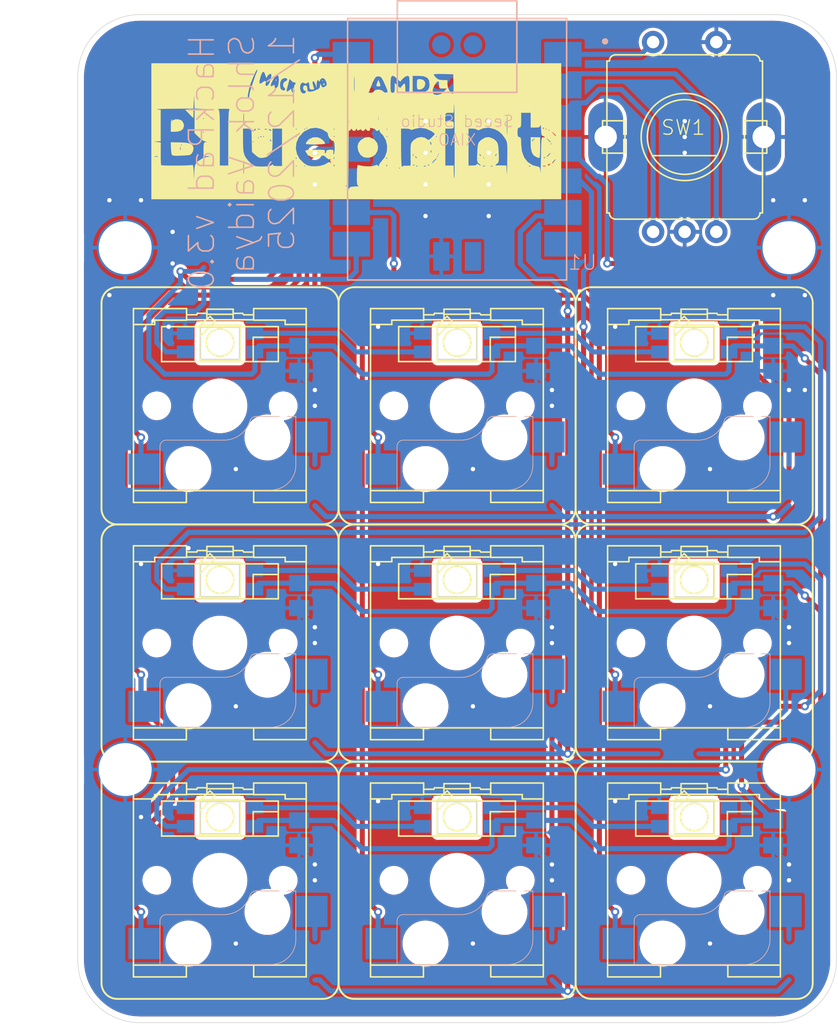
<source format=kicad_pcb>
(kicad_pcb (version 20241229) (generator "pcbnew") (generator_version "9.0")
  (layers (0 "F.Cu" signal) (2 "B.Cu" signal) (13 "F.Paste" user) (15 "B.Paste" user) (5 "F.SilkS" user "F.Silkscreen") (7 "B.SilkS" user "B.Silkscreen") (1 "F.Mask" user) (3 "B.Mask" user) (25 "Edge.Cuts" user))
  (net 0 "")
  (net 1 "GND")
  (net 2 "+5V")
  (net 3 "N$1")
  (net 4 "N$2")
  (net 5 "N$3")
  (net 6 "N$4")
  (net 7 "N$5")
  (net 8 "N$6")
  (net 9 "N$7")
  (net 10 "N$8")
  (net 11 "N$9")
  (net 12 "NEOPIXEL")
  (net 13 "BTN")
  (net 14 "ROTB")
  (net 15 "ROTA")
  (net 16 "COL1")
  (net 17 "COL2")
  (net 18 "COL3")
  (net 19 "N$13")
  (net 20 "N$14")
  (net 21 "N$15")
  (net 22 "N$16")
  (net 23 "N$17")
  (net 24 "N$18")
  (net 25 "N$19")
  (net 26 "N$20")
  (net 27 "N$21")
  (net 28 "ROW1")
  (net 29 "ROW2")
  (net 30 "ROW3")
  (net 31 "+3V3")
  (footprint "ADAFRUIT_ELECTROMECH_KAILH_SOCKET" (layer "F.Cu") (at 148.5011 95.9486 180)
    (property "Reference" "S2" (hide yes))
    (property "Value" "SOCKET")
  )
  (footprint "ADAFRUIT_ELECTROMECH_KAILH_SOCKET" (layer "F.Cu") (at 148.5011 134.0486 180)
    (property "Reference" "S8" (hide yes))
    (property "Value" "SOCKET")
  )
  (footprint "ADAFRUIT_ELECTROMECH_KAILH_SOCKET" (layer "F.Cu") (at 129.4511 95.9486 180)
    (property "Reference" "S1" (hide yes))
    (property "Value" "SOCKET")
  )
  (footprint "ADAFRUIT_ELECTROMECH_KAILH_SOCKET" (layer "F.Cu") (at 167.5511 95.9486 180)
    (property "Reference" "S3" (hide yes))
    (property "Value" "SOCKET")
  )
  (footprint "MICROBUILDER_NEO3535_REVERSE" (layer "F.Cu") (at 129.4511 109.9186)
    (property "Reference" "LED4" (hide yes))
    (property "Value" "MICROBUILDER_WS2812B_SK6812E")
  )
  (footprint "SMT_NUT_3MM" (layer "F.Cu") (at 121.8311 125.1586)
    (property "Reference" "TP1" (hide yes))
    (property "Value" "SEWTAP_SMTNUTM3" (hide yes))
  )
  (footprint "MICROBUILDER_NEO3535_REVERSE" (layer "F.Cu") (at 167.5511 128.9686)
    (property "Reference" "LED9" (hide yes))
    (property "Value" "MICROBUILDER_WS2812B_SK6812E")
  )
  (footprint "SMT_NUT_3MM" (layer "F.Cu") (at 121.8311 83.2486)
    (property "Reference" "TP3" (hide yes))
    (property "Value" "SEWTAP_SMTNUTM3" (hide yes))
  )
  (footprint "MICROBUILDER_NEO3535_REVERSE" (layer "F.Cu") (at 167.5511 90.8686)
    (property "Reference" "LED3" (hide yes))
    (property "Value" "MICROBUILDER_WS2812B_SK6812E")
  )
  (footprint "SMT_NUT_3MM" (layer "F.Cu") (at 175.1711 83.2486)
    (property "Reference" "TP4" (hide yes))
    (property "Value" "SEWTAP_SMTNUTM3" (hide yes))
  )
  (footprint "MICROBUILDER_NEO3535_REVERSE" (layer "F.Cu") (at 148.5011 128.9686)
    (property "Reference" "LED8" (hide yes))
    (property "Value" "MICROBUILDER_WS2812B_SK6812E")
  )
  (footprint "MICROBUILDER_NEO3535_REVERSE" (layer "F.Cu") (at 148.5011 90.8686)
    (property "Reference" "LED2" (hide yes))
    (property "Value" "MICROBUILDER_WS2812B_SK6812E")
  )
  (footprint "MICROBUILDER_NEO3535_REVERSE" (layer "F.Cu") (at 148.5011 109.9186)
    (property "Reference" "LED5" (hide yes))
    (property "Value" "MICROBUILDER_WS2812B_SK6812E")
  )
  (footprint "SMT_NUT_3MM" (layer "F.Cu") (at 175.1711 125.1586)
    (property "Reference" "TP2" (hide yes))
    (property "Value" "SEWTAP_SMTNUTM3" (hide yes))
  )
  (footprint "ADAFRUIT_ELECTROMECH_PEC11+SWITCH" (layer "F.Cu") (at 166.7891 74.3586)
    (property "Reference" "SW1")
    (property "Value" "PEC11")
  )
  (footprint "MICROBUILDER_NEO3535_REVERSE" (layer "F.Cu") (at 167.5511 109.9186)
    (property "Reference" "LED6" (hide yes))
    (property "Value" "MICROBUILDER_WS2812B_SK6812E")
  )
  (footprint "logo:logo" (layer "F.Cu") (at 140.4 73.9)
    (property "Reference" "G***")
    (property "Value" "LOGO" (hide yes))
  )
  (footprint "MICROBUILDER_NEO3535_REVERSE" (layer "F.Cu") (at 129.4511 90.8686)
    (property "Reference" "LED1" (hide yes))
    (property "Value" "MICROBUILDER_WS2812B_SK6812E")
  )
  (footprint "ADAFRUIT_ELECTROMECH_KAILH_SOCKET" (layer "F.Cu") (at 148.5011 114.9986 180)
    (property "Reference" "S5" (hide yes))
    (property "Value" "SOCKET")
  )
  (footprint "MICROBUILDER_NEO3535_REVERSE" (layer "F.Cu") (at 129.4511 128.9686)
    (property "Reference" "LED7" (hide yes))
    (property "Value" "MICROBUILDER_WS2812B_SK6812E")
  )
  (footprint "ADAFRUIT_ELECTROMECH_KAILH_SOCKET" (layer "F.Cu") (at 167.5511 134.0486 180)
    (property "Reference" "S9" (hide yes))
    (property "Value" "SOCKET")
  )
  (footprint "ADAFRUIT_ELECTROMECH_KAILH_SOCKET" (layer "F.Cu") (at 129.4511 134.0486 180)
    (property "Reference" "S7" (hide yes))
    (property "Value" "SOCKET")
  )
  (footprint "ADAFRUIT_ELECTROMECH_KAILH_SOCKET" (layer "F.Cu") (at 129.4511 114.9986 180)
    (property "Reference" "S4" (hide yes))
    (property "Value" "SOCKET")
  )
  (footprint "ADAFRUIT_ELECTROMECH_KAILH_SOCKET" (layer "F.Cu") (at 167.5511 114.9986 180)
    (property "Reference" "S6" (hide yes))
    (property "Value" "SOCKET")
  )
  (footprint "C0805K_334" (layer "B.Cu") (at 173.9011 92.1386 -90)
    (property "Reference" "C3" (hide yes))
    (property "Value" "0.1uF")
  )
  (footprint "SEEED-STUDIO-XIAO-SERIES_XIAO-SAMD21_RP2040-MODULE14P-2.54-21X17.8MM" (layer "B.Cu") (at 148.5011 75.3436 180)
    (property "Reference" "U1")
    (property "Value" "SEEED-STUDIO-XIAO-SERIES_XIAO-RP2040")
  )
  (footprint "C0805K_334" (layer "B.Cu") (at 135.8011 92.1386 -90)
    (property "Reference" "C1" (hide yes))
    (property "Value" "0.1uF")
  )
  (footprint "C0805K_334" (layer "B.Cu") (at 135.8011 130.2386 -90)
    (property "Reference" "C7" (hide yes))
    (property "Value" "0.1uF")
  )
  (footprint "C0805K_334" (layer "B.Cu") (at 173.9011 130.2386 -90)
    (property "Reference" "C9" (hide yes))
    (property "Value" "0.1uF")
  )
  (footprint "C0805K_334" (layer "B.Cu") (at 173.9011 111.1886 -90)
    (property "Reference" "C6" (hide yes))
    (property "Value" "0.1uF")
  )
  (footprint "C0805K_334" (layer "B.Cu") (at 135.8011 111.1886 -90)
    (property "Reference" "C4" (hide yes))
    (property "Value" "0.1uF")
  )
  (footprint "C0805K_334" (layer "B.Cu") (at 154.8511 111.1886 -90)
    (property "Reference" "C5" (hide yes))
    (property "Value" "0.1uF")
  )
  (footprint "C0805K_334" (layer "B.Cu") (at 154.8511 92.1386 -90)
    (property "Reference" "C2" (hide yes))
    (property "Value" "0.1uF")
  )
  (footprint "C0805K_334" (layer "B.Cu") (at 154.8511 130.2386 -90)
    (property "Reference" "C8" (hide yes))
    (property "Value" "0.1uF")
  )
  (gr_arc (start 173.9811 64.5286) (mid 177.516634 65.993066) (end 178.9811 69.5286) (stroke (width 0.05)) (layer "Edge.Cuts"))
  (gr_rect (start 146.95 89.65) (end 150.05 92.2) (stroke (width 0.05)) (fill no) (layer "Edge.Cuts"))
  (gr_arc (start 118.0211 69.5286) (mid 119.485566 65.993066) (end 123.0211 64.5286) (stroke (width 0.05)) (layer "Edge.Cuts"))
  (gr_rect (start 166 108.725) (end 169.1 111.275) (stroke (width 0.05)) (fill no) (layer "Edge.Cuts"))
  (gr_rect (start 127.9 89.65) (end 131 92.2) (stroke (width 0.05)) (fill no) (layer "Edge.Cuts"))
  (gr_line (start 123.0211 145.4786) (end 173.9811 145.4786) (stroke (width 0.05)) (layer "Edge.Cuts"))
  (gr_rect (start 166 89.65) (end 169.1 92.2) (stroke (width 0.05)) (fill no) (layer "Edge.Cuts"))
  (gr_line (start 173.9811 64.5286) (end 123.0211 64.5286) (stroke (width 0.05)) (layer "Edge.Cuts"))
  (gr_rect (start 127.9 108.7) (end 131 111.25) (stroke (width 0.05)) (fill no) (layer "Edge.Cuts"))
  (gr_rect (start 127.9 127.75) (end 131 130.3) (stroke (width 0.05)) (fill no) (layer "Edge.Cuts"))
  (gr_line (start 118.0211 69.5286) (end 118.0211 140.4786) (stroke (width 0.05)) (layer "Edge.Cuts"))
  (gr_rect (start 166 127.75) (end 169.1 130.3) (stroke (width 0.05)) (fill no) (layer "Edge.Cuts"))
  (gr_arc (start 178.9811 140.4786) (mid 177.516634 144.014134) (end 173.9811 145.4786) (stroke (width 0.05)) (layer "Edge.Cuts"))
  (gr_rect (start 146.95 127.75) (end 150.05 130.3) (stroke (width 0.05)) (fill no) (layer "Edge.Cuts"))
  (gr_arc (start 123.0211 145.4786) (mid 119.485566 144.014134) (end 118.0211 140.4786) (stroke (width 0.05)) (layer "Edge.Cuts"))
  (gr_rect (start 146.95 108.7) (end 150.05 111.25) (stroke (width 0.05)) (fill no) (layer "Edge.Cuts"))
  (gr_line (start 178.9811 140.4786) (end 178.9811 69.5286) (stroke (width 0.05)) (layer "Edge.Cuts"))
  (gr_text "HackPad v3.0\nShlok Vaidya\n1/12/2025" (at 135.6 66 90) (layer "B.SilkS") (effects (font (size 2 2) (thickness 0.125)) (justify left bottom mirror)))
  (via (at 149.7711 139.1286) (size 0.6548) (drill 0.35) (layers "F.Cu" "B.Cu") (net 1))
  (via (at 166.7891 74.3586) (size 0.6548) (drill 0.35) (layers "F.Cu" "B.Cu") (net 1))
  (via (at 142.1511 89.5986) (size 0.6548) (drill 0.35) (layers "F.Cu" "B.Cu") (net 1))
  (via (at 175.1711 94.6786) (size 0.6548) (drill 0.35) (layers "F.Cu" "B.Cu") (net 1))
  (via (at 130.7211 120.0786) (size 0.6548) (drill 0.35) (layers "F.Cu" "B.Cu") (net 1))
  (via (at 149.7711 120.0786) (size 0.6548) (drill 0.35) (layers "F.Cu" "B.Cu") (net 1))
  (via (at 142.1511 127.6986) (size 0.6548) (drill 0.35) (layers "F.Cu" "B.Cu") (net 1))
  (via (at 156.1211 132.7786) (size 0.6548) (drill 0.35) (layers "F.Cu" "B.Cu") (net 1))
  (via (at 145.9611 75.6286) (size 0.6548) (drill 0.35) (layers "F.Cu" "B.Cu") (net 1))
  (via (at 120.5611 79.4386) (size 0.6548) (drill 0.35) (layers "F.Cu" "B.Cu") (net 1))
  (via (at 166.7891 73.0886) (size 0.6548) (drill 0.35) (layers "F.Cu" "B.Cu") (net 1))
  (via (at 168.8211 139.1286) (size 0.6548) (drill 0.35) (layers "F.Cu" "B.Cu") (net 1))
  (via (at 151.0411 78.1686) (size 0.6548) (drill 0.35) (layers "F.Cu" "B.Cu") (net 1))
  (via (at 151.0411 73.0886) (size 0.6548) (drill 0.35) (layers "F.Cu" "B.Cu") (net 1))
  (via (at 168.8211 120.0786) (size 0.6548) (drill 0.35) (layers "F.Cu" "B.Cu") (net 1))
  (via (at 123.1011 79.4386) (size 0.6548) (drill 0.35) (layers "F.Cu" "B.Cu") (net 1))
  (via (at 166.7891 75.6286) (size 0.6548) (drill 0.35) (layers "F.Cu" "B.Cu") (net 1))
  (via (at 175.1711 132.7786) (size 0.6548) (drill 0.35) (layers "F.Cu" "B.Cu") (net 1))
  (via (at 175.1711 114.9986) (size 0.6548) (drill 0.35) (layers "F.Cu" "B.Cu") (net 1))
  (via (at 130.7211 101.0286) (size 0.6548) (drill 0.35) (layers "F.Cu" "B.Cu") (net 1))
  (via (at 137.0711 113.7286) (size 0.6548) (drill 0.35) (layers "F.Cu" "B.Cu") (net 1))
  (via (at 137.0711 114.9986) (size 0.6548) (drill 0.35) (layers "F.Cu" "B.Cu") (net 1))
  (via (at 126.9111 107.3786) (size 0.6548) (drill 0.35) (layers "F.Cu" "B.Cu") (net 1))
  (via (at 123.1011 108.6486) (size 0.6548) (drill 0.35) (layers "F.Cu" "B.Cu") (net 1))
  (via (at 145.9611 78.1686) (size 0.6548) (drill 0.35) (layers "F.Cu" "B.Cu") (net 1))
  (via (at 156.1211 113.7286) (size 0.6548) (drill 0.35) (layers "F.Cu" "B.Cu") (net 1))
  (via (at 125.6411 84.5186) (size 0.6548) (drill 0.35) (layers "F.Cu" "B.Cu") (net 1))
  (via (at 156.1211 134.0486) (size 0.6548) (drill 0.35) (layers "F.Cu" "B.Cu") (net 1))
  (via (at 161.2011 127.6986) (size 0.6548) (drill 0.35) (layers "F.Cu" "B.Cu") (net 1))
  (via (at 156.1211 94.6786) (size 0.6548) (drill 0.35) (layers "F.Cu" "B.Cu") (net 1))
  (via (at 161.2011 89.5986) (size 0.6548) (drill 0.35) (layers "F.Cu" "B.Cu") (net 1))
  (via (at 142.1511 108.6486) (size 0.6548) (drill 0.35) (layers "F.Cu" "B.Cu") (net 1))
  (via (at 176.4411 87.0586) (size 0.6548) (drill 0.35) (layers "F.Cu" "B.Cu") (net 1))
  (via (at 176.4411 94.6786) (size 0.6548) (drill 0.35) (layers "F.Cu" "B.Cu") (net 1))
  (via (at 161.2011 108.6486) (size 0.6548) (drill 0.35) (layers "F.Cu" "B.Cu") (net 1))
  (via (at 137.0711 94.6786) (size 0.6548) (drill 0.35) (layers "F.Cu" "B.Cu") (net 1))
  (via (at 125.3236 89.5986) (size 0.6548) (drill 0.35) (layers "F.Cu" "B.Cu") (net 1))
  (via (at 137.0711 134.0486) (size 0.6548) (drill 0.35) (layers "F.Cu" "B.Cu") (net 1))
  (via (at 176.4411 79.4386) (size 0.6548) (drill 0.35) (layers "F.Cu" "B.Cu") (net 1))
  (via (at 175.1711 134.0486) (size 0.6548) (drill 0.35) (layers "F.Cu" "B.Cu") (net 1))
  (via (at 175.1711 113.7286) (size 0.6548) (drill 0.35) (layers "F.Cu" "B.Cu") (net 1))
  (via (at 151.0411 80.7086) (size 0.6548) (drill 0.35) (layers "F.Cu" "B.Cu") (net 1))
  (via (at 151.0411 75.6286) (size 0.6548) (drill 0.35) (layers "F.Cu" "B.Cu") (net 1))
  (via (at 156.1211 114.9986) (size 0.6548) (drill 0.35) (layers "F.Cu" "B.Cu") (net 1))
  (via (at 168.8211 101.0286) (size 0.6548) (drill 0.35) (layers "F.Cu" "B.Cu") (net 1))
  (via (at 120.5611 87.0586) (size 0.6548) (drill 0.35) (layers "F.Cu" "B.Cu") (net 1))
  (via (at 173.9011 87.0586) (size 0.6548) (drill 0.35) (layers "F.Cu" "B.Cu") (net 1))
  (via (at 149.7711 101.0286) (size 0.6548) (drill 0.35) (layers "F.Cu" "B.Cu") (net 1))
  (via (at 137.0711 95.9486) (size 0.6548) (drill 0.35) (layers "F.Cu" "B.Cu") (net 1))
  (via (at 137.0711 132.7786) (size 0.6548) (drill 0.35) (layers "F.Cu" "B.Cu") (net 1))
  (via (at 173.9011 79.4386) (size 0.6548) (drill 0.35) (layers "F.Cu" "B.Cu") (net 1))
  (via (at 125.6411 81.9786) (size 0.6548) (drill 0.35) (layers "F.Cu" "B.Cu") (net 1))
  (via (at 156.1211 95.9486) (size 0.6548) (drill 0.35) (layers "F.Cu" "B.Cu") (net 1))
  (via (at 130.7211 139.1286) (size 0.6548) (drill 0.35) (layers "F.Cu" "B.Cu") (net 1))
  (via (at 145.9611 73.0886) (size 0.6548) (drill 0.35) (layers "F.Cu" "B.Cu") (net 1))
  (via (at 145.9611 80.7086) (size 0.6548) (drill 0.35) (layers "F.Cu" "B.Cu") (net 1))
  (via (at 123.1011 128.9686) (size 0.6548) (drill 0.35) (layers "F.Cu" "B.Cu") (net 1))
  (segment (start 156.1211 132.7786) (end 154.8511 131.5086) (width 0.4064) (layer "B.Cu") (net 1))
  (segment (start 135.8011 131.2386) (end 135.8011 131.5086) (width 0.4064) (layer "B.Cu") (net 1))
  (segment (start 154.8511 112.1886) (end 154.8511 112.4586) (width 0.4064) (layer "B.Cu") (net 1))
  (segment (start 173.9011 93.1386) (end 173.9011 93.4086) (width 0.4064) (layer "B.Cu") (net 1))
  (segment (start 175.1711 132.7786) (end 173.9011 131.5086) (width 0.4064) (layer "B.Cu") (net 1))
  (segment (start 126.8011 107.4886) (end 126.9111 107.3786) (width 0.4064) (layer "B.Cu") (net 1))
  (segment (start 173.9011 112.1886) (end 173.9011 112.4586) (width 0.4064) (layer "B.Cu") (net 1))
  (segment (start 137.0711 132.7786) (end 135.8011 131.5086) (width 0.4064) (layer "B.Cu") (net 1))
  (segment (start 156.1211 113.7286) (end 154.8511 112.4586) (width 0.4064) (layer "B.Cu") (net 1))
  (segment (start 175.1711 113.7286) (end 173.9011 112.4586) (width 0.4064) (layer "B.Cu") (net 1))
  (segment (start 135.8011 112.1886) (end 135.8011 112.4586) (width 0.4064) (layer "B.Cu") (net 1))
  (segment (start 154.8511 131.2386) (end 154.8511 131.5086) (width 0.4064) (layer "B.Cu") (net 1))
  (segment (start 135.8011 93.1386) (end 135.8011 93.4086) (width 0.4064) (layer "B.Cu") (net 1))
  (segment (start 175.1711 94.6786) (end 173.9011 93.4086) (width 0.4064) (layer "B.Cu") (net 1))
  (segment (start 154.8511 93.1386) (end 154.8511 93.4086) (width 0.4064) (layer "B.Cu") (net 1))
  (segment (start 137.0711 113.7286) (end 135.8011 112.4586) (width 0.4064) (layer "B.Cu") (net 1))
  (segment (start 173.9011 131.2386) (end 173.9011 131.5086) (width 0.4064) (layer "B.Cu") (net 1))
  (segment (start 126.6487 109.1686) (end 126.8011 107.4886) (width 0.4064) (layer "B.Cu") (net 1))
  (segment (start 137.0711 94.6786) (end 135.8011 93.4086) (width 0.4064) (layer "B.Cu") (net 1))
  (segment (start 156.1211 94.6786) (end 154.8511 93.4086) (width 0.4064) (layer "B.Cu") (net 1))
  (segment (start 171.3611 122.6186) (end 171.3611 126.4286) (width 0.4064) (layer "F.Cu") (net 2))
  (segment (start 134.5311 75.6286) (end 137.0711 73.0886) (width 0.4064) (layer "F.Cu") (net 2))
  (segment (start 177.7111 120.0786) (end 176.4411 121.3486) (width 0.4064) (layer "F.Cu") (net 2))
  (segment (start 137.0711 73.0886) (end 137.0711 68.0086) (width 0.4064) (layer "F.Cu") (net 2))
  (segment (start 133.2611 85.7886) (end 126.9111 85.7886) (width 0.4064) (layer "F.Cu") (net 2))
  (segment (start 133.2611 85.7886) (end 134.5311 84.5186) (width 0.4064) (layer "F.Cu") (net 2))
  (segment (start 177.7111 93.4086) (end 177.7111 112.4586) (width 0.4064) (layer "F.Cu") (net 2))
  (segment (start 177.7111 112.4586) (end 177.7111 120.0786) (width 0.4064) (layer "F.Cu") (net 2))
  (segment (start 172.6311 121.3486) (end 171.3611 122.6186) (width 0.4064) (layer "F.Cu") (net 2))
  (segment (start 176.4411 92.1386) (end 177.7111 93.4086) (width 0.4064) (layer "F.Cu") (net 2))
  (segment (start 176.4411 121.3486) (end 172.6311 121.3486) (width 0.4064) (layer "F.Cu") (net 2))
  (segment (start 134.5311 84.5186) (end 134.5311 75.6286) (width 0.4064) (layer "F.Cu") (net 2))
  (segment (start 176.4411 111.1886) (end 177.7111 112.4586) (width 0.4064) (layer "F.Cu") (net 2))
  (segment (start 126.2761 85.1536) (end 126.9111 85.7886) (width 0.4064) (layer "F.Cu") (net 2))
  (via (at 126.2761 85.1536) (size 0.6548) (drill 0.35) (layers "F.Cu" "B.Cu") (net 2))
  (via (at 171.3611 126.4286) (size 0.6548) (drill 0.35) (layers "F.Cu" "B.Cu") (net 2))
  (via (at 176.4411 92.1386) (size 0.6548) (drill 0.35) (layers "F.Cu" "B.Cu") (net 2))
  (via (at 176.4411 111.1886) (size 0.6548) (drill 0.35) (layers "F.Cu" "B.Cu") (net 2))
  (via (at 137.0711 68.0086) (size 0.6548) (drill 0.35) (layers "F.Cu" "B.Cu") (net 2))
  (segment (start 159.9311 131.5086) (end 157.6611 129.2386) (width 0.4064) (layer "B.Cu") (net 2))
  (segment (start 135.8011 91.1386) (end 138.6111 91.1386) (width 0.4064) (layer "B.Cu") (net 2))
  (segment (start 173.9011 91.1386) (end 175.4411 91.1386) (width 0.4064) (layer "B.Cu") (net 2))
  (segment (start 127.8361 85.1536) (end 128.1511 84.8386) (width 0.4064) (layer "B.Cu") (net 2))
  (segment (start 151.6311 91.1386) (end 151.3035 91.6186) (width 0.4064) (layer "B.Cu") (net 2))
  (segment (start 151.3035 129.7186) (end 151.3035 131.2462) (width 0.4064) (layer "B.Cu") (net 2))
  (segment (start 126.2761 86.1061) (end 126.2761 85.1536) (width 0.4064) (layer "B.Cu") (net 2))
  (segment (start 131.9911 93.4086) (end 125.0061 93.4086) (width 0.4064) (layer "B.Cu") (net 2))
  (segment (start 140.8811 131.5086) (end 138.6111 129.2386) (width 0.4064) (layer "B.Cu") (net 2))
  (segment (start 151.3035 93.1462) (end 151.0411 93.4086) (width 0.4064) (layer "B.Cu") (net 2))
  (segment (start 123.7361 92.1386) (end 123.7361 88.6461) (width 0.4064) (layer "B.Cu") (net 2))
  (segment (start 151.3035 110.6686) (end 151.3035 112.1962) (width 0.4064) (layer "B.Cu") (net 2))
  (segment (start 137.0711 68.0086) (end 137.3561 67.7236) (width 0.4064) (layer "B.Cu") (net 2))
  (segment (start 173.9011 91.1386) (end 170.6811 91.1386) (width 0.4064) (layer "B.Cu") (net 2))
  (segment (start 132.5811 91.1386) (end 132.2535 91.6186) (width 0.4064) (layer "B.Cu") (net 2))
  (segment (start 151.0411 93.4086) (end 140.8811 93.4086) (width 0.4064) (layer "B.Cu") (net 2))
  (segment (start 135.8011 129.2386) (end 132.5811 129.2386) (width 0.4064) (layer "B.Cu") (net 2))
  (segment (start 126.2761 85.1536) (end 127.8361 85.1536) (width 0.4064) (layer "B.Cu") (net 2))
  (segment (start 132.2535 93.1462) (end 131.9911 93.4086) (width 0.4064) (layer "B.Cu") (net 2))
  (segment (start 132.5811 129.2386) (end 132.2535 129.7186) (width 0.4064) (layer "B.Cu") (net 2))
  (segment (start 154.8511 129.2386) (end 151.6311 129.2386) (width 0.4064) (layer "B.Cu") (net 2))
  (segment (start 137.3561 67.7236) (end 140.0011 67.7236) (width 0.4064) (layer "B.Cu") (net 2))
  (segment (start 140.8811 112.4586) (end 138.6111 110.1886) (width 0.4064) (layer "B.Cu") (net 2))
  (segment (start 173.9011 129.2386) (end 170.6811 129.2386) (width 0.4064) (layer "B.Cu") (net 2))
  (segment (start 154.8511 129.2386) (end 157.6611 129.2386) (width 0.4064) (layer "B.Cu") (net 2))
  (segment (start 125.0061 93.4086) (end 123.7361 92.1386) (width 0.4064) (layer "B.Cu") (net 2))
  (segment (start 173.9011 129.2386) (end 171.3611 126.6986) (width 0.4064) (layer "B.Cu") (net 2))
  (segment (start 170.0911 131.5086) (end 159.9311 131.5086) (width 0.4064) (layer "B.Cu") (net 2))
  (segment (start 170.3535 112.1962) (end 170.0911 112.4586) (width 0.4064) (layer "B.Cu") (net 2))
  (segment (start 170.3535 129.7186) (end 170.3535 131.2462) (width 0.4064) (layer "B.Cu") (net 2))
  (segment (start 151.3035 112.1962) (end 151.0411 112.4586) (width 0.4064) (layer "B.Cu") (net 2))
  (segment (start 151.3035 131.2462) (end 151.0411 131.5086) (width 0.4064) (layer "B.Cu") (net 2))
  (segment (start 135.8011 91.1386) (end 132.5811 91.1386) (width 0.4064) (layer "B.Cu") (net 2))
  (segment (start 140.8811 93.4086) (end 138.6111 91.1386) (width 0.4064) (layer "B.Cu") (net 2))
  (segment (start 135.8011 110.1886) (end 132.5811 110.1886) (width 0.4064) (layer "B.Cu") (net 2))
  (segment (start 151.0411 131.5086) (end 140.8811 131.5086) (width 0.4064) (layer "B.Cu") (net 2))
  (segment (start 154.8511 91.1386) (end 157.6611 91.1386) (width 0.4064) (layer "B.Cu") (net 2))
  (segment (start 170.6811 110.1886) (end 170.3535 110.6686) (width 0.4064) (layer "B.Cu") (net 2))
  (segment (start 151.6311 129.2386) (end 151.3035 129.7186) (width 0.4064) (layer "B.Cu") (net 2))
  (segment (start 151.6311 110.1886) (end 151.3035 110.6686) (width 0.4064) (layer "B.Cu") (net 2))
  (segment (start 132.5811 110.1886) (end 132.2535 110.6686) (width 0.4064) (layer "B.Cu") (net 2))
  (segment (start 170.3535 93.1462) (end 170.0911 93.4086) (width 0.4064) (layer "B.Cu") (net 2))
  (segment (start 171.3611 126.6986) (end 171.3611 126.4286) (width 0.4064) (layer "B.Cu") (net 2))
  (segment (start 170.3535 91.6186) (end 170.3535 93.1462) (width 0.4064) (layer "B.Cu") (net 2))
  (segment (start 151.0411 112.4586) (end 140.8811 112.4586) (width 0.4064) (layer "B.Cu") (net 2))
  (segment (start 135.8011 129.2386) (end 138.6111 129.2386) (width 0.4064) (layer "B.Cu") (net 2))
  (segment (start 151.3035 91.6186) (end 151.3035 93.1462) (width 0.4064) (layer "B.Cu") (net 2))
  (segment (start 170.0911 93.4086) (end 159.9311 93.4086) (width 0.4064) (layer "B.Cu") (net 2))
  (segment (start 170.3535 131.2462) (end 170.0911 131.5086) (width 0.4064) (layer "B.Cu") (net 2))
  (segment (start 173.9011 110.1886) (end 175.4411 110.1886) (width 0.4064) (layer "B.Cu") (net 2))
  (segment (start 170.6811 91.1386) (end 170.3535 91.6186) (width 0.4064) (layer "B.Cu") (net 2))
  (segment (start 170.3535 110.6686) (end 170.3535 112.1962) (width 0.4064) (layer "B.Cu") (net 2))
  (segment (start 154.8511 110.1886) (end 151.6311 110.1886) (width 0.4064) (layer "B.Cu") (net 2))
  (segment (start 159.9311 112.4586) (end 157.6611 110.1886) (width 0.4064) (layer "B.Cu") (net 2))
  (segment (start 170.6811 129.2386) (end 170.3535 129.7186) (width 0.4064) (layer "B.Cu") (net 2))
  (segment (start 170.0911 112.4586) (end 159.9311 112.4586) (width 0.4064) (layer "B.Cu") (net 2))
  (segment (start 159.9311 93.4086) (end 157.6611 91.1386) (width 0.4064) (layer "B.Cu") (net 2))
  (segment (start 123.7361 88.6461) (end 126.2761 86.1061) (width 0.4064) (layer "B.Cu") (net 2))
  (segment (start 154.8511 110.1886) (end 157.6611 110.1886) (width 0.4064) (layer "B.Cu") (net 2))
  (segment (start 132.2535 91.6186) (end 132.2535 93.1462) (width 0.4064) (layer "B.Cu") (net 2))
  (segment (start 154.8511 91.1386) (end 151.6311 91.1386) (width 0.4064) (layer "B.Cu") (net 2))
  (segment (start 135.8011 110.1886) (end 138.6111 110.1886) (width 0.4064) (layer "B.Cu") (net 2))
  (segment (start 173.9011 110.1886) (end 170.6811 110.1886) (width 0.4064) (layer "B.Cu") (net 2))
  (segment (start 175.4411 110.1886) (end 176.4411 111.1886) (width 0.4064) (layer "B.Cu") (net 2))
  (segment (start 175.4411 91.1386) (end 176.4411 92.1386) (width 0.4064) (layer "B.Cu") (net 2))
  (segment (start 164.7487 129.7186) (end 159.4111 129.7186) (width 0.4064) (layer "B.Cu") (net 3))
  (segment (start 159.4111 129.7186) (end 157.9111 128.2186) (width 0.4064) (layer "B.Cu") (net 3))
  (segment (start 157.9111 128.2186) (end 151.3035 128.2186) (width 0.4064) (layer "B.Cu") (net 3))
  (segment (start 140.3611 129.7186) (end 138.8611 128.2186) (width 0.4064) (layer "B.Cu") (net 4))
  (segment (start 138.8611 128.2186) (end 132.2535 128.2186) (width 0.4064) (layer "B.Cu") (net 4))
  (segment (start 145.6987 129.7186) (end 140.3611 129.7186) (width 0.4064) (layer "B.Cu") (net 4))
  (segment (start 157.9111 109.1686) (end 151.3035 109.1686) (width 0.4064) (layer "B.Cu") (net 5))
  (segment (start 164.7487 110.6686) (end 159.4111 110.6686) (width 0.4064) (layer "B.Cu") (net 5))
  (segment (start 159.4111 110.6686) (end 157.9111 109.1686) (width 0.4064) (layer "B.Cu") (net 5))
  (segment (start 172.6311 120.0786) (end 170.0911 122.6186) (width 0.4064) (layer "F.Cu") (net 6))
  (segment (start 170.0911 122.6186) (end 170.0911 125.1586) (width 0.4064) (layer "F.Cu") (net 6))
  (segment (start 176.4411 120.0786) (end 172.6311 120.0786) (width 0.4064) (layer "F.Cu") (net 6))
  (via (at 170.0911 125.1586) (size 0.6548) (drill 0.35) (layers "F.Cu" "B.Cu") (net 6))
  (via (at 176.4411 120.0786) (size 0.6548) (drill 0.35) (layers "F.Cu" "B.Cu") (net 6))
  (segment (start 125.1211 129.7186) (end 124.3711 128.9686) (width 0.4064) (layer "B.Cu") (net 6))
  (segment (start 124.3711 128.9686) (end 124.3711 127.6986) (width 0.4064) (layer "B.Cu") (net 6))
  (segment (start 177.7111 109.9186) (end 177.7111 118.8086) (width 0.4064) (layer "B.Cu") (net 6))
  (segment (start 126.6487 129.7186) (end 125.1211 129.7186) (width 0.4064) (layer "B.Cu") (net 6))
  (segment (start 177.7111 118.8086) (end 176.4411 120.0786) (width 0.4064) (layer "B.Cu") (net 6))
  (segment (start 172.6311 108.6486) (end 176.4411 108.6486) (width 0.4064) (layer "B.Cu") (net 6))
  (segment (start 126.9111 125.1586) (end 124.3711 127.6986) (width 0.4064) (layer "B.Cu") (net 6))
  (segment (start 170.0911 125.1586) (end 126.9111 125.1586) (width 0.4064) (layer "B.Cu") (net 6))
  (segment (start 176.4411 108.6486) (end 177.7111 109.9186) (width 0.4064) (layer "B.Cu") (net 6))
  (segment (start 170.3535 109.1686) (end 172.1111 109.1686) (width 0.4064) (layer "B.Cu") (net 6))
  (segment (start 172.1111 109.1686) (end 172.6311 108.6486) (width 0.4064) (layer "B.Cu") (net 6))
  (segment (start 145.6987 110.6686) (end 140.3611 110.6686) (width 0.4064) (layer "B.Cu") (net 7))
  (segment (start 140.3611 110.6686) (end 138.8611 109.1686) (width 0.4064) (layer "B.Cu") (net 7))
  (segment (start 138.8611 109.1686) (end 132.2535 109.1686) (width 0.4064) (layer "B.Cu") (net 7))
  (segment (start 172.6311 89.5986) (end 176.4411 89.5986) (width 0.4064) (layer "B.Cu") (net 8))
  (segment (start 177.7111 90.8686) (end 177.7111 104.8386) (width 0.4064) (layer "B.Cu") (net 8))
  (segment (start 124.3711 108.6486) (end 126.9111 106.1086) (width 0.4064) (layer "B.Cu") (net 8))
  (segment (start 126.6487 110.6686) (end 125.1211 110.6686) (width 0.4064) (layer "B.Cu") (net 8))
  (segment (start 176.4411 106.1086) (end 177.7111 104.8386) (width 0.4064) (layer "B.Cu") (net 8))
  (segment (start 170.3535 90.1186) (end 172.1111 90.1186) (width 0.4064) (layer "B.Cu") (net 8))
  (segment (start 126.9111 106.1086) (end 176.4411 106.1086) (width 0.4064) (layer "B.Cu") (net 8))
  (segment (start 176.4411 89.5986) (end 177.7111 90.8686) (width 0.4064) (layer "B.Cu") (net 8))
  (segment (start 124.3711 109.9186) (end 124.3711 108.6486) (width 0.4064) (layer "B.Cu") (net 8))
  (segment (start 125.1211 110.6686) (end 124.3711 109.9186) (width 0.4064) (layer "B.Cu") (net 8))
  (segment (start 172.1111 90.1186) (end 172.6311 89.5986) (width 0.4064) (layer "B.Cu") (net 8))
  (segment (start 140.3611 91.6186) (end 138.8611 90.1186) (width 0.4064) (layer "B.Cu") (net 9))
  (segment (start 138.8611 90.1186) (end 132.2535 90.1186) (width 0.4064) (layer "B.Cu") (net 9))
  (segment (start 145.6987 91.6186) (end 140.3611 91.6186) (width 0.4064) (layer "B.Cu") (net 9))
  (segment (start 157.9111 90.1186) (end 151.3035 90.1186) (width 0.4064) (layer "B.Cu") (net 10))
  (segment (start 159.4111 91.6186) (end 157.9111 90.1186) (width 0.4064) (layer "B.Cu") (net 10))
  (segment (start 164.7487 91.6186) (end 159.4111 91.6186) (width 0.4064) (layer "B.Cu") (net 10))
  (segment (start 128.1511 87.7236) (end 127.5461 88.3286) (width 0.4064) (layer "B.Cu") (net 11))
  (segment (start 124.3711 88.9636) (end 125.0061 88.3286) (width 0.4064) (layer "B.Cu") (net 11))
  (segment (start 128.1511 86.7386) (end 128.1511 87.7236) (width 0.4064) (layer "B.Cu") (net 11))
  (segment (start 127.5461 88.3286) (end 125.0061 88.3286) (width 0.4064) (layer "B.Cu") (net 11))
  (segment (start 124.3711 90.8686) (end 124.3711 88.9636) (width 0.4064) (layer "B.Cu") (net 11))
  (segment (start 126.6487 91.6186) (end 125.1211 91.6186) (width 0.4064) (layer "B.Cu") (net 11))
  (segment (start 125.1211 91.6186) (end 124.3711 90.8686) (width 0.4064) (layer "B.Cu") (net 11))
  (segment (start 139.7561 85.7886) (end 140.3911 85.1536) (width 0.4064) (layer "B.Cu") (net 12))
  (segment (start 140.3911 85.1536) (end 140.3911 83.8036) (width 0.4064) (layer "B.Cu") (net 12))
  (segment (start 130.7411 85.7886) (end 139.7561 85.7886) (width 0.4064) (layer "B.Cu") (net 12))
  (segment (start 140.3911 83.8036) (end 140.0011 82.9636) (width 0.4064) (layer "B.Cu") (net 12))
  (segment (start 163.2641 67.7236) (end 157.0011 67.7236) (width 0.4064) (layer "B.Cu") (net 13))
  (segment (start 164.2491 66.7386) (end 163.2641 67.7236) (width 0.4064) (layer "B.Cu") (net 13))
  (segment (start 157.5361 69.2786) (end 157.0011 70.2636) (width 0.4064) (layer "B.Cu") (net 14))
  (segment (start 169.3291 72.5806) (end 166.0271 69.2786) (width 0.4064) (layer "B.Cu") (net 14))
  (segment (start 166.0271 69.2786) (end 157.5361 69.2786) (width 0.4064) (layer "B.Cu") (net 14))
  (segment (start 169.3291 72.5806) (end 169.3291 81.9786) (width 0.4064) (layer "B.Cu") (net 14))
  (segment (start 164.2491 73.0886) (end 164.2491 81.9786) (width 0.4064) (layer "B.Cu") (net 15))
  (segment (start 157.7355 71.6192) (end 157.0011 72.8036) (width 0.4064) (layer "B.Cu") (net 15))
  (segment (start 159.903993 70.5486) (end 158.833393 71.6192) (width 0.4064) (layer "B.Cu") (net 15))
  (segment (start 158.833393 71.6192) (end 157.7355 71.6192) (width 0.4064) (layer "B.Cu") (net 15))
  (segment (start 161.7091 70.5486) (end 159.903993 70.5486) (width 0.4064) (layer "B.Cu") (net 15))
  (segment (start 164.2491 73.0886) (end 161.7091 70.5486) (width 0.4064) (layer "B.Cu") (net 15))
  (segment (start 135.8011 76.8986) (end 135.8011 85.7886) (width 0.4064) (layer "F.Cu") (net 16))
  (segment (start 121.8311 131.5086) (end 125.6411 127.6986) (width 0.4064) (layer "F.Cu") (net 16))
  (segment (start 123.1011 136.5886) (end 121.8311 135.3186) (width 0.4064) (layer "F.Cu") (net 16))
  (segment (start 121.8311 97.2186) (end 121.8311 90.8686) (width 0.4064) (layer "F.Cu") (net 16))
  (segment (start 137.0711 75.6286) (end 135.8011 76.8986) (width 0.4064) (layer "F.Cu") (net 16))
  (segment (start 123.1011 120.0786) (end 123.1011 117.5386) (width 0.4064) (layer "F.Cu") (net 16))
  (segment (start 123.1011 117.5386) (end 121.8311 116.2686) (width 0.4064) (layer "F.Cu") (net 16))
  (segment (start 125.6411 122.6186) (end 123.1011 120.0786) (width 0.4064) (layer "F.Cu") (net 16))
  (segment (start 121.8311 135.3186) (end 121.8311 131.5086) (width 0.4064) (layer "F.Cu") (net 16))
  (segment (start 134.5311 87.0586) (end 135.8011 85.7886) (width 0.4064) (layer "F.Cu") (net 16))
  (segment (start 121.8311 97.2186) (end 123.1011 98.4886) (width 0.4064) (layer "F.Cu") (net 16))
  (segment (start 125.6411 87.0586) (end 134.5311 87.0586) (width 0.4064) (layer "F.Cu") (net 16))
  (segment (start 125.6411 127.6986) (end 125.6411 122.6186) (width 0.4064) (layer "F.Cu") (net 16))
  (segment (start 121.8311 90.8686) (end 125.6411 87.0586) (width 0.4064) (layer "F.Cu") (net 16))
  (segment (start 121.8311 116.2686) (end 121.8311 97.2186) (width 0.4064) (layer "F.Cu") (net 16))
  (via (at 123.1011 136.5886) (size 0.6548) (drill 0.35) (layers "F.Cu" "B.Cu") (net 16))
  (via (at 123.1011 117.5386) (size 0.6548) (drill 0.35) (layers "F.Cu" "B.Cu") (net 16))
  (via (at 137.0711 75.6286) (size 0.6548) (drill 0.35) (layers "F.Cu" "B.Cu") (net 16))
  (via (at 123.1011 98.4886) (size 0.6548) (drill 0.35) (layers "F.Cu" "B.Cu") (net 16))
  (segment (start 123.3611 120.0786) (end 123.1011 119.8186) (width 0.4064) (layer "B.Cu") (net 16))
  (segment (start 137.3561 75.3436) (end 140.0011 75.3436) (width 0.4064) (layer "B.Cu") (net 16))
  (segment (start 123.1011 138.8686) (end 123.1011 136.5886) (width 0.4064) (layer "B.Cu") (net 16))
  (segment (start 137.0711 75.6286) (end 137.3561 75.3436) (width 0.4064) (layer "B.Cu") (net 16))
  (segment (start 123.1011 100.7686) (end 123.1011 98.4886) (width 0.4064) (layer "B.Cu") (net 16))
  (segment (start 123.3611 139.1286) (end 123.1011 138.8686) (width 0.4064) (layer "B.Cu") (net 16))
  (segment (start 123.3611 101.0286) (end 123.1011 100.7686) (width 0.4064) (layer "B.Cu") (net 16))
  (segment (start 123.1011 119.8186) (end 123.1011 117.5386) (width 0.4064) (layer "B.Cu") (net 16))
  (segment (start 142.1511 117.5386) (end 140.8811 116.2686) (width 0.4064) (layer "F.Cu") (net 17))
  (segment (start 137.0711 87.0586) (end 137.0711 78.1686) (width 0.4064) (layer "F.Cu") (net 17))
  (segment (start 140.8811 97.2186) (end 140.8811 90.8686) (width 0.4064) (layer "F.Cu") (net 17))
  (segment (start 142.1511 98.4886) (end 140.8811 97.2186) (width 0.4064) (layer "F.Cu") (net 17))
  (segment (start 142.1511 136.5886) (end 140.8811 135.3186) (width 0.4064) (layer "F.Cu") (net 17))
  (segment (start 140.8811 116.2686) (end 140.8811 97.2186) (width 0.4064) (layer "F.Cu") (net 17))
  (segment (start 140.8811 135.3186) (end 140.8811 116.2686) (width 0.4064) (layer "F.Cu") (net 17))
  (segment (start 140.8811 90.8686) (end 137.0711 87.0586) (width 0.4064) (layer "F.Cu") (net 17))
  (via (at 137.0711 78.1686) (size 0.6548) (drill 0.35) (layers "F.Cu" "B.Cu") (net 17))
  (via (at 142.1511 98.4886) (size 0.6548) (drill 0.35) (layers "F.Cu" "B.Cu") (net 17))
  (via (at 142.1511 136.5886) (size 0.6548) (drill 0.35) (layers "F.Cu" "B.Cu") (net 17))
  (via (at 142.1511 117.5386) (size 0.6548) (drill 0.35) (layers "F.Cu" "B.Cu") (net 17))
  (segment (start 137.0711 78.1686) (end 137.3561 77.8836) (width 0.4064) (layer "B.Cu") (net 17))
  (segment (start 142.1511 100.7686) (end 142.1511 98.4886) (width 0.4064) (layer "B.Cu") (net 17))
  (segment (start 142.1511 138.8686) (end 142.1511 136.5886) (width 0.4064) (layer "B.Cu") (net 17))
  (segment (start 142.4111 120.0786) (end 142.1511 119.8186) (width 0.4064) (layer "B.Cu") (net 17))
  (segment (start 142.4111 139.1286) (end 142.1511 138.8686) (width 0.4064) (layer "B.Cu") (net 17))
  (segment (start 142.4111 101.0286) (end 142.1511 100.7686) (width 0.4064) (layer "B.Cu") (net 17))
  (segment (start 137.3561 77.8836) (end 140.0011 77.8836) (width 0.4064) (layer "B.Cu") (net 17))
  (segment (start 142.1511 119.8186) (end 142.1511 117.5386) (width 0.4064) (layer "B.Cu") (net 17))
  (segment (start 159.9311 135.3186) (end 159.9311 116.2686) (width 0.4064) (layer "F.Cu") (net 18))
  (segment (start 143.4211 85.7886) (end 144.6911 87.0586) (width 0.4064) (layer "F.Cu") (net 18))
  (segment (start 161.2011 98.4886) (end 159.9311 97.2186) (width 0.4064) (layer "F.Cu") (net 18))
  (segment (start 143.4211 84.5186) (end 143.4211 85.7886) (width 0.4064) (layer "F.Cu") (net 18))
  (segment (start 158.6611 87.0586) (end 144.6911 87.0586) (width 0.4064) (layer "F.Cu") (net 18))
  (segment (start 159.9311 97.2186) (end 159.9311 88.3286) (width 0.4064) (layer "F.Cu") (net 18))
  (segment (start 161.2011 117.5386) (end 159.9311 116.2686) (width 0.4064) (layer "F.Cu") (net 18))
  (segment (start 159.9311 88.3286) (end 158.6611 87.0586) (width 0.4064) (layer "F.Cu") (net 18))
  (segment (start 161.2011 136.5886) (end 159.9311 135.3186) (width 0.4064) (layer "F.Cu") (net 18))
  (segment (start 159.9311 116.2686) (end 159.9311 97.2186) (width 0.4064) (layer "F.Cu") (net 18))
  (via (at 161.2011 117.5386) (size 0.6548) (drill 0.35) (layers "F.Cu" "B.Cu") (net 18))
  (via (at 161.2011 136.5886) (size 0.6548) (drill 0.35) (layers "F.Cu" "B.Cu") (net 18))
  (via (at 143.4211 84.5186) (size 0.6548) (drill 0.35) (layers "F.Cu" "B.Cu") (net 18))
  (via (at 161.2011 98.4886) (size 0.6548) (drill 0.35) (layers "F.Cu" "B.Cu") (net 18))
  (segment (start 161.2011 100.7686) (end 161.2011 98.4886) (width 0.4064) (layer "B.Cu") (net 18))
  (segment (start 161.2011 138.8686) (end 161.2011 136.5886) (width 0.4064) (layer "B.Cu") (net 18))
  (segment (start 161.2011 119.8186) (end 161.2011 117.5386) (width 0.4064) (layer "B.Cu") (net 18))
  (segment (start 161.4611 101.0286) (end 161.2011 100.7686) (width 0.4064) (layer "B.Cu") (net 18))
  (segment (start 143.4211 80.7086) (end 143.1361 80.4236) (width 0.4064) (layer "B.Cu") (net 18))
  (segment (start 161.4611 120.0786) (end 161.2011 119.8186) (width 0.4064) (layer "B.Cu") (net 18))
  (segment (start 161.4611 139.1286) (end 161.2011 138.8686) (width 0.4064) (layer "B.Cu") (net 18))
  (segment (start 143.4211 84.5186) (end 143.4211 80.7086) (width 0.4064) (layer "B.Cu") (net 18))
  (segment (start 143.1361 80.4236) (end 140.0011 80.4236) (width 0.4064) (layer "B.Cu") (net 18))
  (segment (start 137.0711 98.7086) (end 137.0711 100.6476) (width 0.4064) (layer "B.Cu") (net 19))
  (segment (start 136.8111 98.4486) (end 137.0711 98.7086) (width 0.4064) (layer "B.Cu") (net 19))
  (segment (start 137.0711 117.7586) (end 137.0711 119.6976) (width 0.4064) (layer "B.Cu") (net 20))
  (segment (start 136.8111 117.4986) (end 137.0711 117.7586) (width 0.4064) (layer "B.Cu") (net 20))
  (segment (start 137.0711 136.8086) (end 137.0711 138.7476) (width 0.4064) (layer "B.Cu") (net 21))
  (segment (start 136.8111 136.5486) (end 137.0711 136.8086) (width 0.4064) (layer "B.Cu") (net 21))
  (segment (start 156.1211 98.7086) (end 156.1211 100.6476) (width 0.4064) (layer "B.Cu") (net 22))
  (segment (start 155.8611 98.4486) (end 156.1211 98.7086) (width 0.4064) (layer "B.Cu") (net 22))
  (segment (start 156.1211 117.7586) (end 156.1211 119.6976) (width 0.4064) (layer "B.Cu") (net 23))
  (segment (start 155.8611 117.4986) (end 156.1211 117.7586) (width 0.4064) (layer "B.Cu") (net 23))
  (segment (start 156.1211 136.8086) (end 156.1211 138.7476) (width 0.4064) (layer "B.Cu") (net 24))
  (segment (start 155.8611 136.5486) (end 156.1211 136.8086) (width 0.4064) (layer "B.Cu") (net 24))
  (segment (start 175.1711 98.7086) (end 175.1711 100.6476) (width 0.4064) (layer "B.Cu") (net 25))
  (segment (start 174.9111 98.4486) (end 175.1711 98.7086) (width 0.4064) (layer "B.Cu") (net 25))
  (segment (start 171.3611 123.8886) (end 167.9321 123.8886) (width 0.4064) (layer "B.Cu") (net 26))
  (segment (start 174.9111 117.4986) (end 174.9111 120.3386) (width 0.4064) (layer "B.Cu") (net 26))
  (segment (start 174.9111 120.3386) (end 171.3611 123.8886) (width 0.4064) (layer "B.Cu") (net 26))
  (segment (start 175.1711 136.8086) (end 175.1711 138.7476) (width 0.4064) (layer "B.Cu") (net 27))
  (segment (start 174.9111 136.5486) (end 175.1711 136.8086) (width 0.4064) (layer "B.Cu") (net 27))
  (segment (start 170.0911 84.5186) (end 172.6311 87.0586) (width 0.4064) (layer "F.Cu") (net 28))
  (segment (start 175.1711 95.9486) (end 172.6311 93.4086) (width 0.4064) (layer "F.Cu") (net 28))
  (segment (start 172.6311 93.4086) (end 172.6311 87.0586) (width 0.4064) (layer "F.Cu") (net 28))
  (segment (start 160.5661 84.5186) (end 170.0911 84.5186) (width 0.4064) (layer "F.Cu") (net 28))
  (segment (start 175.1711 95.9486) (end 175.1711 103.5686) (width 0.4064) (layer "F.Cu") (net 28))
  (segment (start 173.9011 104.8386) (end 175.1711 103.5686) (width 0.4064) (layer "F.Cu") (net 28))
  (via (at 160.5661 84.5186) (size 0.6548) (drill 0.35) (layers "F.Cu" "B.Cu") (net 28))
  (via (at 173.9011 104.8386) (size 0.6548) (drill 0.35) (layers "F.Cu" "B.Cu") (net 28))
  (segment (start 157.0101 104.8386) (end 173.9011 104.8386) (width 0.4064) (layer "B.Cu") (net 28))
  (segment (start 159.711906 77.5142) (end 159.9117 77.5142) (width 0.4064) (layer "B.Cu") (net 28))
  (segment (start 156.1211 103.9496) (end 157.0101 104.8386) (width 0.4064) (layer "B.Cu") (net 28))
  (segment (start 175.1711 103.9496) (end 174.2821 104.8386) (width 0.4064) (layer "B.Cu") (net 28))
  (segment (start 157.541306 75.3436) (end 159.711906 77.5142) (width 0.4064) (layer "B.Cu") (net 28))
  (segment (start 137.0711 103.9496) (end 137.9601 104.8386) (width 0.4064) (layer "B.Cu") (net 28))
  (segment (start 159.9117 77.5142) (end 160.5661 78.1686) (width 0.4064) (layer "B.Cu") (net 28))
  (segment (start 160.5661 78.1686) (end 160.5661 84.5186) (width 0.4064) (layer "B.Cu") (net 28))
  (segment (start 157.0011 75.3436) (end 157.541306 75.3436) (width 0.4064) (layer "B.Cu") (net 28))
  (segment (start 174.2821 104.8386) (end 173.9011 104.8386) (width 0.4064) (layer "B.Cu") (net 28))
  (segment (start 137.9601 104.8386) (end 157.0101 104.8386) (width 0.4064) (layer "B.Cu") (net 28))
  (segment (start 158.6611 121.3486) (end 157.3911 122.6186) (width 0.4064) (layer "F.Cu") (net 29))
  (segment (start 158.6611 89.5986) (end 158.6611 121.3486) (width 0.4064) (layer "F.Cu") (net 29))
  (segment (start 157.3911 122.6186) (end 157.3911 123.8886) (width 0.4064) (layer "F.Cu") (net 29))
  (via (at 157.3911 123.8886) (size 0.6548) (drill 0.35) (layers "F.Cu" "B.Cu") (net 29))
  (via (at 158.6611 89.5986) (size 0.6548) (drill 0.35) (layers "F.Cu" "B.Cu") (net 29))
  (segment (start 157.3911 123.8886) (end 164.6301 123.8886) (width 0.4064) (layer "B.Cu") (net 29))
  (segment (start 158.3761 77.8836) (end 159.2961 78.8036) (width 0.4064) (layer "B.Cu") (net 29))
  (segment (start 158.6611 89.5986) (end 158.6611 85.1536) (width 0.4064) (layer "B.Cu") (net 29))
  (segment (start 157.0101 123.8886) (end 157.3911 123.8886) (width 0.4064) (layer "B.Cu") (net 29))
  (segment (start 159.2961 78.8036) (end 159.2961 84.5186) (width 0.4064) (layer "B.Cu") (net 29))
  (segment (start 157.0011 77.8836) (end 158.3761 77.8836) (width 0.4064) (layer "B.Cu") (net 29))
  (segment (start 137.9601 123.8886) (end 157.3911 123.8886) (width 0.4064) (layer "B.Cu") (net 29))
  (segment (start 137.0711 122.9996) (end 137.9601 123.8886) (width 0.4064) (layer "B.Cu") (net 29))
  (segment (start 158.6611 85.1536) (end 159.2961 84.5186) (width 0.4064) (layer "B.Cu") (net 29))
  (segment (start 156.1211 122.9996) (end 157.0101 123.8886) (width 0.4064) (layer "B.Cu") (net 29))
  (segment (start 157.3911 142.9386) (end 157.3911 131.5086) (width 0.4064) (layer "F.Cu") (net 30))
  (segment (start 157.3911 121.3486) (end 156.1211 122.6186) (width 0.4064) (layer "F.Cu") (net 30))
  (segment (start 157.3911 121.3486) (end 157.3911 88.3286) (width 0.4064) (layer "F.Cu") (net 30))
  (segment (start 157.3911 131.5086) (end 156.1211 130.2386) (width 0.4064) (layer "F.Cu") (net 30))
  (segment (start 156.1211 122.6186) (end 156.1211 130.2386) (width 0.4064) (layer "F.Cu") (net 30))
  (via (at 157.3911 142.9386) (size 0.6548) (drill 0.35) (layers "F.Cu" "B.Cu") (net 30))
  (via (at 157.3911 88.3286) (size 0.6548) (drill 0.35) (layers "F.Cu" "B.Cu") (net 30))
  (segment (start 175.1711 142.0496) (end 174.2821 142.9386) (width 0.4064) (layer "B.Cu") (net 30))
  (segment (start 156.1211 142.0496) (end 157.0101 142.9386) (width 0.4064) (layer "B.Cu") (net 30))
  (segment (start 156.7161 80.7086) (end 154.8511 80.7086) (width 0.4064) (layer "B.Cu") (net 30))
  (segment (start 157.3911 88.3286) (end 157.3911 87.0586) (width 0.4064) (layer "B.Cu") (net 30))
  (segment (start 157.0101 142.9386) (end 157.3911 142.9386) (width 0.4064) (layer "B.Cu") (net 30))
  (segment (start 137.0711 142.0496) (end 137.4521 142.0496) (width 0.4064) (layer "B.Cu") (net 30))
  (segment (start 153.5811 84.5186) (end 154.8511 85.7886) (width 0.4064) (layer "B.Cu") (net 30))
  (segment (start 156.1211 85.7886) (end 157.3911 87.0586) (width 0.4064) (layer "B.Cu") (net 30))
  (segment (start 154.8511 85.7886) (end 156.1211 85.7886) (width 0.4064) (layer "B.Cu") (net 30))
  (segment (start 137.4521 142.0496) (end 138.3411 142.9386) (width 0.4064) (layer "B.Cu") (net 30))
  (segment (start 154.8511 80.7086) (end 153.5811 81.9786) (width 0.4064) (layer "B.Cu") (net 30))
  (segment (start 153.5811 81.9786) (end 153.5811 84.5186) (width 0.4064) (layer "B.Cu") (net 30))
  (segment (start 138.3411 142.9386) (end 157.3911 142.9386) (width 0.4064) (layer "B.Cu") (net 30))
  (segment (start 174.2821 142.9386) (end 157.3911 142.9386) (width 0.4064) (layer "B.Cu") (net 30))
  (segment (start 157.0011 80.4236) (end 156.7161 80.7086) (width 0.4064) (layer "B.Cu") (net 30))
  (zone (net 1) (net_name "GND") (layer "F.Cu") (priority 6) (connect_pads (clearance 0.254)) (min_thickness 0.127) (fill yes (thermal_gap 0.304) (thermal_bridge_width 0.304))
    (polygon (pts (xy 179.1081 145.6056) (xy 117.8941 145.6056) (xy 117.8941 64.0716) (xy 179.1081 64.0716)))
  )
  (zone (net 1) (net_name "GND") (layer "B.Cu") (priority 6) (connect_pads (clearance 0.254)) (min_thickness 0.127) (fill yes (thermal_gap 0.304) (thermal_bridge_width 0.304))
    (polygon (pts (xy 179.1081 145.6056) (xy 117.8941 145.6056) (xy 117.8941 64.0716) (xy 179.1081 64.0716)))
  )
)
</source>
